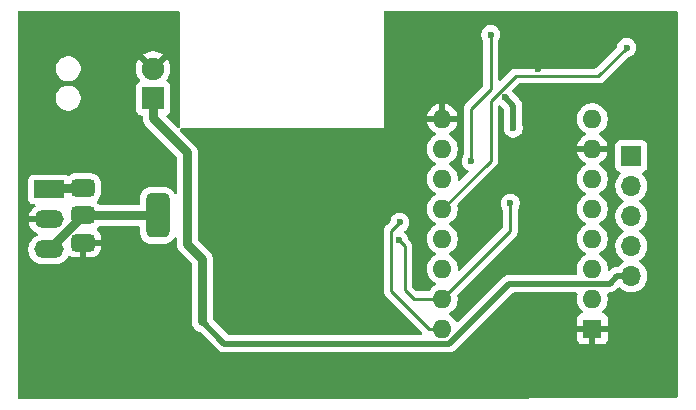
<source format=gbr>
G04 #@! TF.GenerationSoftware,KiCad,Pcbnew,9.0.1*
G04 #@! TF.CreationDate,2025-04-13T16:53:42+02:00*
G04 #@! TF.ProjectId,RulleGardin,52756c6c-6547-4617-9264-696e2e6b6963,rev?*
G04 #@! TF.SameCoordinates,Original*
G04 #@! TF.FileFunction,Copper,L2,Bot*
G04 #@! TF.FilePolarity,Positive*
%FSLAX46Y46*%
G04 Gerber Fmt 4.6, Leading zero omitted, Abs format (unit mm)*
G04 Created by KiCad (PCBNEW 9.0.1) date 2025-04-13 16:53:42*
%MOMM*%
%LPD*%
G01*
G04 APERTURE LIST*
G04 Aperture macros list*
%AMRoundRect*
0 Rectangle with rounded corners*
0 $1 Rounding radius*
0 $2 $3 $4 $5 $6 $7 $8 $9 X,Y pos of 4 corners*
0 Add a 4 corners polygon primitive as box body*
4,1,4,$2,$3,$4,$5,$6,$7,$8,$9,$2,$3,0*
0 Add four circle primitives for the rounded corners*
1,1,$1+$1,$2,$3*
1,1,$1+$1,$4,$5*
1,1,$1+$1,$6,$7*
1,1,$1+$1,$8,$9*
0 Add four rect primitives between the rounded corners*
20,1,$1+$1,$2,$3,$4,$5,0*
20,1,$1+$1,$4,$5,$6,$7,0*
20,1,$1+$1,$6,$7,$8,$9,0*
20,1,$1+$1,$8,$9,$2,$3,0*%
G04 Aperture macros list end*
G04 #@! TA.AperFunction,SMDPad,CuDef*
%ADD10RoundRect,0.375000X-0.625000X-0.375000X0.625000X-0.375000X0.625000X0.375000X-0.625000X0.375000X0*%
G04 #@! TD*
G04 #@! TA.AperFunction,SMDPad,CuDef*
%ADD11RoundRect,0.500000X-0.500000X-1.400000X0.500000X-1.400000X0.500000X1.400000X-0.500000X1.400000X0*%
G04 #@! TD*
G04 #@! TA.AperFunction,ComponentPad*
%ADD12O,2.500000X1.500000*%
G04 #@! TD*
G04 #@! TA.AperFunction,ComponentPad*
%ADD13R,2.500000X1.500000*%
G04 #@! TD*
G04 #@! TA.AperFunction,ComponentPad*
%ADD14O,1.600000X1.600000*%
G04 #@! TD*
G04 #@! TA.AperFunction,ComponentPad*
%ADD15R,1.600000X1.600000*%
G04 #@! TD*
G04 #@! TA.AperFunction,ComponentPad*
%ADD16R,1.700000X1.700000*%
G04 #@! TD*
G04 #@! TA.AperFunction,ComponentPad*
%ADD17O,1.700000X1.700000*%
G04 #@! TD*
G04 #@! TA.AperFunction,ComponentPad*
%ADD18C,1.900000*%
G04 #@! TD*
G04 #@! TA.AperFunction,ComponentPad*
%ADD19R,1.900000X1.900000*%
G04 #@! TD*
G04 #@! TA.AperFunction,ViaPad*
%ADD20C,0.600000*%
G04 #@! TD*
G04 #@! TA.AperFunction,Conductor*
%ADD21C,0.250000*%
G04 #@! TD*
G04 #@! TA.AperFunction,Conductor*
%ADD22C,0.750000*%
G04 #@! TD*
G04 #@! TA.AperFunction,Conductor*
%ADD23C,0.500000*%
G04 #@! TD*
G04 APERTURE END LIST*
D10*
X153600000Y-105700000D03*
X153600000Y-103400000D03*
D11*
X159900000Y-103400000D03*
D10*
X153600000Y-101100000D03*
D12*
X150700000Y-106280000D03*
X150700000Y-103740000D03*
D13*
X150700000Y-101200000D03*
D14*
X184000000Y-113000000D03*
X196700000Y-95220000D03*
X184000000Y-110460000D03*
X196700000Y-97760000D03*
X184000000Y-107920000D03*
X196700000Y-100300000D03*
X184000000Y-105380000D03*
X196700000Y-102840000D03*
X184000000Y-102840000D03*
X196700000Y-105380000D03*
X184000000Y-100300000D03*
X196700000Y-107920000D03*
X184000000Y-97760000D03*
X196700000Y-110460000D03*
X184000000Y-95220000D03*
D15*
X196700000Y-113000000D03*
D16*
X200000000Y-98380000D03*
D17*
X200000000Y-100920000D03*
X200000000Y-103460000D03*
X200000000Y-106000000D03*
X200000000Y-108540000D03*
D18*
X159512000Y-90972000D03*
D19*
X159512000Y-93472000D03*
D20*
X197400000Y-87600000D03*
X192100000Y-90975000D03*
X192100000Y-87300000D03*
X199600000Y-89200000D03*
X188100000Y-88100000D03*
X188900000Y-87300000D03*
X195000000Y-111000000D03*
X198500000Y-110500000D03*
X177300000Y-112800000D03*
X188000000Y-114000000D03*
X191300000Y-115900000D03*
X165800000Y-102500000D03*
X174200000Y-102400000D03*
X189400000Y-98500000D03*
X186100000Y-105900000D03*
X191800000Y-95500000D03*
X192400000Y-94600000D03*
X150100000Y-117200000D03*
X151000000Y-117200000D03*
X150000000Y-87500000D03*
X150800000Y-87500000D03*
X181000000Y-87200000D03*
X181900000Y-87200000D03*
X160100000Y-87300000D03*
X159400000Y-87300000D03*
X190000000Y-96000000D03*
X189300000Y-93400000D03*
X189738000Y-102362000D03*
X186436000Y-98806000D03*
X180300000Y-105500000D03*
X180400000Y-104000000D03*
D21*
X197200000Y-91600000D02*
X199600000Y-89200000D01*
X197100000Y-91600000D02*
X197200000Y-91600000D01*
X190202000Y-91600000D02*
X197100000Y-91600000D01*
X188077001Y-93724999D02*
X190202000Y-91600000D01*
X188100000Y-92736000D02*
X188100000Y-88100000D01*
X186436000Y-94400000D02*
X188100000Y-92736000D01*
D22*
X153600000Y-103400000D02*
X159900000Y-103400000D01*
X162400000Y-98060000D02*
X159512000Y-95172000D01*
X159512000Y-95172000D02*
X159512000Y-93472000D01*
X162400000Y-105824000D02*
X162400000Y-98060000D01*
X163686427Y-112383992D02*
X163686427Y-107110427D01*
X163686427Y-107110427D02*
X162400000Y-105824000D01*
D23*
X198797919Y-108540000D02*
X200000000Y-108540000D01*
X198167918Y-109170001D02*
X198797919Y-108540000D01*
X189680001Y-109170001D02*
X198167918Y-109170001D01*
X184600001Y-114250001D02*
X189680001Y-109170001D01*
X165552436Y-114250001D02*
X184600001Y-114250001D01*
X163686427Y-112383992D02*
X165552436Y-114250001D01*
D22*
X150700000Y-106255082D02*
X150700000Y-106280000D01*
X153555082Y-103400000D02*
X150700000Y-106255082D01*
X153600000Y-103400000D02*
X153555082Y-103400000D01*
X150800000Y-101100000D02*
X150700000Y-101200000D01*
X153600000Y-101100000D02*
X150800000Y-101100000D01*
D23*
X190000000Y-96000000D02*
X190000000Y-94100000D01*
X190000000Y-94100000D02*
X189300000Y-93400000D01*
D21*
X184000000Y-110460000D02*
X189738000Y-104722000D01*
X189738000Y-104722000D02*
X189738000Y-102362000D01*
X186436000Y-98806000D02*
X186436000Y-94400000D01*
X180300000Y-105500000D02*
X180800000Y-106000000D01*
X180800000Y-106000000D02*
X180800000Y-109700000D01*
X181560000Y-110460000D02*
X184000000Y-110460000D01*
X180800000Y-109700000D02*
X181560000Y-110460000D01*
X184000000Y-102840000D02*
X188077001Y-98762999D01*
X188077001Y-98762999D02*
X188077001Y-93724999D01*
X179674999Y-104725001D02*
X180400000Y-104000000D01*
X179674999Y-109806369D02*
X179674999Y-104725001D01*
X182868630Y-113000000D02*
X179674999Y-109806369D01*
X184000000Y-113000000D02*
X182868630Y-113000000D01*
G04 #@! TA.AperFunction,Conductor*
G36*
X161740121Y-86095502D02*
G01*
X161786614Y-86149158D01*
X161798000Y-86201500D01*
X161798000Y-95904352D01*
X161777998Y-95972473D01*
X161724342Y-96018966D01*
X161654068Y-96029070D01*
X161589488Y-95999576D01*
X161582905Y-95993447D01*
X160667770Y-95078312D01*
X160633744Y-95016000D01*
X160638809Y-94945185D01*
X160681356Y-94888349D01*
X160700636Y-94877823D01*
X160700299Y-94877205D01*
X160708201Y-94872889D01*
X160708204Y-94872889D01*
X160825261Y-94785261D01*
X160912887Y-94668207D01*
X160912887Y-94668206D01*
X160912889Y-94668204D01*
X160963989Y-94531201D01*
X160964925Y-94522500D01*
X160970499Y-94470649D01*
X160970500Y-94470632D01*
X160970500Y-92473367D01*
X160970499Y-92473350D01*
X160963990Y-92412803D01*
X160963988Y-92412795D01*
X160912889Y-92275797D01*
X160912887Y-92275792D01*
X160825261Y-92158738D01*
X160708207Y-92071112D01*
X160700299Y-92066795D01*
X160701482Y-92064628D01*
X160655232Y-92030002D01*
X160630425Y-91963481D01*
X160645519Y-91894108D01*
X160654168Y-91880437D01*
X160758990Y-91736161D01*
X160863182Y-91531674D01*
X160934097Y-91313421D01*
X160970000Y-91086743D01*
X160970000Y-90857256D01*
X160934097Y-90630578D01*
X160863182Y-90412325D01*
X160758992Y-90207842D01*
X160706969Y-90136239D01*
X160077807Y-90765401D01*
X160071111Y-90740409D01*
X159992119Y-90603592D01*
X159880408Y-90491881D01*
X159743591Y-90412889D01*
X159718597Y-90406192D01*
X160347759Y-89777029D01*
X160347759Y-89777028D01*
X160276161Y-89725009D01*
X160071674Y-89620817D01*
X159853421Y-89549902D01*
X159626744Y-89514000D01*
X159397256Y-89514000D01*
X159170578Y-89549902D01*
X158952325Y-89620817D01*
X158747843Y-89725006D01*
X158747842Y-89725007D01*
X158676239Y-89777029D01*
X158676239Y-89777030D01*
X159305401Y-90406192D01*
X159280409Y-90412889D01*
X159143592Y-90491881D01*
X159031881Y-90603592D01*
X158952889Y-90740409D01*
X158946191Y-90765402D01*
X158317029Y-90136239D01*
X158265007Y-90207842D01*
X158265006Y-90207843D01*
X158160817Y-90412325D01*
X158089902Y-90630578D01*
X158054000Y-90857256D01*
X158054000Y-91086743D01*
X158089902Y-91313421D01*
X158160817Y-91531674D01*
X158265009Y-91736161D01*
X158369831Y-91880437D01*
X158393690Y-91947305D01*
X158377609Y-92016457D01*
X158326695Y-92065937D01*
X158318762Y-92069491D01*
X158315792Y-92071112D01*
X158198738Y-92158738D01*
X158111112Y-92275792D01*
X158111110Y-92275797D01*
X158060011Y-92412795D01*
X158060009Y-92412803D01*
X158053500Y-92473350D01*
X158053500Y-94470649D01*
X158060009Y-94531196D01*
X158060011Y-94531204D01*
X158111110Y-94668202D01*
X158111112Y-94668207D01*
X158198738Y-94785261D01*
X158315792Y-94872887D01*
X158315794Y-94872888D01*
X158315796Y-94872889D01*
X158374875Y-94894924D01*
X158452795Y-94923988D01*
X158452803Y-94923990D01*
X158515967Y-94930780D01*
X158581560Y-94957948D01*
X158622051Y-95016266D01*
X158628500Y-95056058D01*
X158628500Y-95259020D01*
X158662452Y-95429708D01*
X158729052Y-95590495D01*
X158730553Y-95592741D01*
X158825740Y-95735198D01*
X158825745Y-95735204D01*
X161479595Y-98389052D01*
X161513620Y-98451364D01*
X161516500Y-98478147D01*
X161516500Y-101446416D01*
X161496498Y-101514537D01*
X161442842Y-101561030D01*
X161372568Y-101571134D01*
X161307988Y-101541640D01*
X161279378Y-101505812D01*
X161247630Y-101446416D01*
X161242595Y-101436996D01*
X161116568Y-101283432D01*
X160963004Y-101157405D01*
X160787804Y-101063759D01*
X160597701Y-101006092D01*
X160597700Y-101006091D01*
X160597694Y-101006090D01*
X160468903Y-100993406D01*
X160449547Y-100991500D01*
X160449545Y-100991500D01*
X159350465Y-100991500D01*
X159350445Y-100991501D01*
X159202305Y-101006090D01*
X159012195Y-101063759D01*
X158836995Y-101157405D01*
X158683432Y-101283432D01*
X158557405Y-101436995D01*
X158463759Y-101612195D01*
X158406090Y-101802305D01*
X158391500Y-101950446D01*
X158391500Y-102390500D01*
X158371498Y-102458621D01*
X158317842Y-102505114D01*
X158265500Y-102516500D01*
X155010175Y-102516500D01*
X154979752Y-102507567D01*
X154948843Y-102500565D01*
X154945054Y-102497379D01*
X154942054Y-102496498D01*
X154920318Y-102478828D01*
X154916077Y-102474513D01*
X154853170Y-102396830D01*
X154787215Y-102343420D01*
X154782209Y-102338328D01*
X154768694Y-102313065D01*
X154752420Y-102289506D01*
X154752175Y-102282186D01*
X154748720Y-102275726D01*
X154751008Y-102247176D01*
X154750054Y-102218549D01*
X154753807Y-102212256D01*
X154754393Y-102204956D01*
X154771751Y-102182177D01*
X154786427Y-102157577D01*
X154792772Y-102152080D01*
X154853170Y-102103170D01*
X154970042Y-101958846D01*
X154970043Y-101958843D01*
X154970047Y-101958839D01*
X155054362Y-101793362D01*
X155102430Y-101613971D01*
X155108500Y-101536843D01*
X155108499Y-100663158D01*
X155102430Y-100586029D01*
X155054362Y-100406638D01*
X154970047Y-100241161D01*
X154970045Y-100241158D01*
X154970042Y-100241153D01*
X154853170Y-100096829D01*
X154708846Y-99979957D01*
X154708837Y-99979952D01*
X154543360Y-99895637D01*
X154417266Y-99861850D01*
X154363971Y-99847570D01*
X154286843Y-99841500D01*
X154286839Y-99841500D01*
X152913158Y-99841500D01*
X152836030Y-99847569D01*
X152656639Y-99895637D01*
X152491162Y-99979952D01*
X152491159Y-99979953D01*
X152413433Y-100042895D01*
X152347905Y-100070220D01*
X152278007Y-100057780D01*
X152258630Y-100045842D01*
X152196207Y-99999112D01*
X152196202Y-99999110D01*
X152059204Y-99948011D01*
X152059196Y-99948009D01*
X151998649Y-99941500D01*
X151998638Y-99941500D01*
X149401362Y-99941500D01*
X149401350Y-99941500D01*
X149340803Y-99948009D01*
X149340795Y-99948011D01*
X149203797Y-99999110D01*
X149203792Y-99999112D01*
X149086738Y-100086738D01*
X148999112Y-100203792D01*
X148999110Y-100203797D01*
X148948011Y-100340795D01*
X148948009Y-100340803D01*
X148941500Y-100401350D01*
X148941500Y-101998649D01*
X148948009Y-102059196D01*
X148948011Y-102059204D01*
X148999110Y-102196202D01*
X148999112Y-102196207D01*
X149086738Y-102313261D01*
X149203792Y-102400887D01*
X149203794Y-102400888D01*
X149203796Y-102400889D01*
X149262875Y-102422924D01*
X149340795Y-102451988D01*
X149340803Y-102451990D01*
X149401350Y-102458499D01*
X149401355Y-102458499D01*
X149401362Y-102458500D01*
X149401368Y-102458500D01*
X149435808Y-102458500D01*
X149503929Y-102478502D01*
X149550422Y-102532158D01*
X149560526Y-102602432D01*
X149531032Y-102667012D01*
X149509869Y-102686436D01*
X149380465Y-102780453D01*
X149380462Y-102780455D01*
X149240455Y-102920462D01*
X149240453Y-102920465D01*
X149124064Y-103080660D01*
X149034165Y-103257097D01*
X148972975Y-103445420D01*
X148966547Y-103486000D01*
X150269297Y-103486000D01*
X150234075Y-103547007D01*
X150200000Y-103674174D01*
X150200000Y-103805826D01*
X150234075Y-103932993D01*
X150269297Y-103994000D01*
X148966548Y-103994000D01*
X148972975Y-104034579D01*
X149034165Y-104222902D01*
X149124064Y-104399339D01*
X149240453Y-104559534D01*
X149240455Y-104559537D01*
X149380462Y-104699544D01*
X149380465Y-104699546D01*
X149540663Y-104815937D01*
X149700645Y-104897451D01*
X149752261Y-104946199D01*
X149769327Y-105015113D01*
X149746427Y-105082315D01*
X149700646Y-105121985D01*
X149540399Y-105203635D01*
X149380139Y-105320071D01*
X149240071Y-105460139D01*
X149123636Y-105620398D01*
X149033703Y-105796901D01*
X149033702Y-105796903D01*
X148987986Y-105937603D01*
X148972488Y-105985300D01*
X148941500Y-106180954D01*
X148941500Y-106379046D01*
X148972488Y-106574700D01*
X149033702Y-106763097D01*
X149105441Y-106903892D01*
X149123636Y-106939601D01*
X149240071Y-107099860D01*
X149380139Y-107239928D01*
X149380142Y-107239930D01*
X149540402Y-107356366D01*
X149716903Y-107446298D01*
X149905300Y-107507512D01*
X150100954Y-107538500D01*
X150100957Y-107538500D01*
X151299043Y-107538500D01*
X151299046Y-107538500D01*
X151494700Y-107507512D01*
X151683097Y-107446298D01*
X151859598Y-107356366D01*
X152019858Y-107239930D01*
X152159930Y-107099858D01*
X152276366Y-106939598D01*
X152312239Y-106869192D01*
X152360984Y-106817580D01*
X152429899Y-106800513D01*
X152484817Y-106818068D01*
X152485552Y-106816627D01*
X152656818Y-106903892D01*
X152836098Y-106951931D01*
X152913199Y-106958000D01*
X153346000Y-106958000D01*
X153854000Y-106958000D01*
X154286801Y-106958000D01*
X154363901Y-106951931D01*
X154543181Y-106903892D01*
X154708562Y-106819625D01*
X154708565Y-106819623D01*
X154852814Y-106702814D01*
X154969623Y-106558565D01*
X154969625Y-106558562D01*
X155053892Y-106393181D01*
X155101931Y-106213901D01*
X155108000Y-106136800D01*
X155108000Y-105954000D01*
X153854000Y-105954000D01*
X153854000Y-106958000D01*
X153346000Y-106958000D01*
X153346000Y-105826000D01*
X153366002Y-105757879D01*
X153419658Y-105711386D01*
X153472000Y-105700000D01*
X153600000Y-105700000D01*
X153600000Y-105572000D01*
X153620002Y-105503879D01*
X153673658Y-105457386D01*
X153726000Y-105446000D01*
X155108000Y-105446000D01*
X155108000Y-105263199D01*
X155101931Y-105186098D01*
X155053892Y-105006818D01*
X154969625Y-104841437D01*
X154969623Y-104841434D01*
X154852812Y-104697182D01*
X154792375Y-104648242D01*
X154783709Y-104635698D01*
X154771429Y-104626663D01*
X154763939Y-104607078D01*
X154752022Y-104589828D01*
X154751513Y-104574590D01*
X154746068Y-104560351D01*
X154750354Y-104539827D01*
X154749656Y-104518871D01*
X154757704Y-104504639D01*
X154760584Y-104490854D01*
X154776148Y-104472027D01*
X154781838Y-104461967D01*
X154786832Y-104456889D01*
X154853170Y-104403170D01*
X154916082Y-104325480D01*
X154920345Y-104321146D01*
X154946256Y-104306717D01*
X154970668Y-104289854D01*
X154978924Y-104288526D01*
X154982373Y-104286606D01*
X154988467Y-104286991D01*
X155010175Y-104283500D01*
X158265501Y-104283500D01*
X158333622Y-104303502D01*
X158380115Y-104357158D01*
X158391501Y-104409500D01*
X158391501Y-104849554D01*
X158406090Y-104997694D01*
X158406091Y-104997700D01*
X158406092Y-104997701D01*
X158463759Y-105187804D01*
X158557405Y-105363004D01*
X158683432Y-105516568D01*
X158836996Y-105642595D01*
X159012196Y-105736241D01*
X159202299Y-105793908D01*
X159202303Y-105793908D01*
X159202305Y-105793909D01*
X159242502Y-105797867D01*
X159350453Y-105808500D01*
X160449546Y-105808499D01*
X160509668Y-105802577D01*
X160597694Y-105793909D01*
X160597695Y-105793908D01*
X160597701Y-105793908D01*
X160787804Y-105736241D01*
X160963004Y-105642595D01*
X161116568Y-105516568D01*
X161242595Y-105363004D01*
X161279378Y-105294186D01*
X161329130Y-105243539D01*
X161398366Y-105227829D01*
X161465105Y-105252045D01*
X161508158Y-105308498D01*
X161516500Y-105353583D01*
X161516500Y-105911020D01*
X161547288Y-106065803D01*
X161550452Y-106081708D01*
X161617052Y-106242495D01*
X161667581Y-106318116D01*
X161708290Y-106379042D01*
X161713741Y-106387199D01*
X162766023Y-107439480D01*
X162800047Y-107501791D01*
X162802927Y-107528574D01*
X162802927Y-112471009D01*
X162836879Y-112641699D01*
X162903479Y-112802486D01*
X162932291Y-112845606D01*
X163000167Y-112947189D01*
X163000172Y-112947195D01*
X163123223Y-113070246D01*
X163123229Y-113070251D01*
X163267933Y-113166940D01*
X163428720Y-113233540D01*
X163433762Y-113234543D01*
X163434386Y-113234667D01*
X163497297Y-113267571D01*
X163498906Y-113269152D01*
X164963270Y-114733516D01*
X164963271Y-114733517D01*
X165068920Y-114839166D01*
X165193152Y-114922175D01*
X165274012Y-114955668D01*
X165331189Y-114979352D01*
X165404460Y-114993926D01*
X165477730Y-115008501D01*
X165477731Y-115008501D01*
X165477735Y-115008501D01*
X184674702Y-115008501D01*
X184674706Y-115008501D01*
X184674707Y-115008501D01*
X184747977Y-114993926D01*
X184821248Y-114979352D01*
X184959285Y-114922175D01*
X185083516Y-114839167D01*
X189957277Y-109965406D01*
X190019589Y-109931380D01*
X190046372Y-109928501D01*
X195323432Y-109928501D01*
X195391553Y-109948503D01*
X195438046Y-110002159D01*
X195448150Y-110072433D01*
X195443265Y-110093437D01*
X195423721Y-110153587D01*
X195423720Y-110153590D01*
X195423720Y-110153592D01*
X195391500Y-110357019D01*
X195391500Y-110562981D01*
X195423720Y-110766408D01*
X195487366Y-110962290D01*
X195580871Y-111145803D01*
X195701932Y-111312430D01*
X195701934Y-111312432D01*
X195701936Y-111312435D01*
X195847564Y-111458063D01*
X195847567Y-111458065D01*
X195847570Y-111458068D01*
X195863927Y-111469952D01*
X195863930Y-111469954D01*
X195907284Y-111526176D01*
X195913359Y-111596912D01*
X195880228Y-111659704D01*
X195818408Y-111694615D01*
X195803343Y-111697167D01*
X195790909Y-111698504D01*
X195790908Y-111698504D01*
X195654035Y-111749555D01*
X195654034Y-111749555D01*
X195537095Y-111837095D01*
X195449555Y-111954034D01*
X195449555Y-111954035D01*
X195398505Y-112090906D01*
X195392000Y-112151402D01*
X195392000Y-112746000D01*
X196388314Y-112746000D01*
X196379920Y-112754394D01*
X196327259Y-112845606D01*
X196300000Y-112947339D01*
X196300000Y-113052661D01*
X196327259Y-113154394D01*
X196379920Y-113245606D01*
X196388314Y-113254000D01*
X195392000Y-113254000D01*
X195392000Y-113848597D01*
X195398505Y-113909093D01*
X195449555Y-114045964D01*
X195449555Y-114045965D01*
X195537095Y-114162904D01*
X195654034Y-114250444D01*
X195790906Y-114301494D01*
X195851402Y-114307999D01*
X195851415Y-114308000D01*
X196446000Y-114308000D01*
X196446000Y-113311686D01*
X196454394Y-113320080D01*
X196545606Y-113372741D01*
X196647339Y-113400000D01*
X196752661Y-113400000D01*
X196854394Y-113372741D01*
X196945606Y-113320080D01*
X196954000Y-113311686D01*
X196954000Y-114308000D01*
X197548585Y-114308000D01*
X197548597Y-114307999D01*
X197609093Y-114301494D01*
X197745964Y-114250444D01*
X197745965Y-114250444D01*
X197862904Y-114162904D01*
X197950444Y-114045965D01*
X197950444Y-114045964D01*
X198001494Y-113909093D01*
X198007999Y-113848597D01*
X198008000Y-113848585D01*
X198008000Y-113254000D01*
X197011686Y-113254000D01*
X197020080Y-113245606D01*
X197072741Y-113154394D01*
X197100000Y-113052661D01*
X197100000Y-112947339D01*
X197072741Y-112845606D01*
X197020080Y-112754394D01*
X197011686Y-112746000D01*
X198008000Y-112746000D01*
X198008000Y-112151414D01*
X198007999Y-112151402D01*
X198001494Y-112090906D01*
X197950444Y-111954035D01*
X197950444Y-111954034D01*
X197862904Y-111837095D01*
X197745965Y-111749555D01*
X197609094Y-111698505D01*
X197596657Y-111697168D01*
X197531065Y-111669996D01*
X197490576Y-111611676D01*
X197488045Y-111540725D01*
X197524275Y-111479668D01*
X197536070Y-111469954D01*
X197552430Y-111458068D01*
X197698068Y-111312430D01*
X197819129Y-111145803D01*
X197912634Y-110962290D01*
X197976280Y-110766408D01*
X198008500Y-110562981D01*
X198008500Y-110357019D01*
X197976280Y-110153592D01*
X197960961Y-110106444D01*
X197956735Y-110093437D01*
X197954708Y-110022469D01*
X197991370Y-109961671D01*
X198055083Y-109930346D01*
X198076568Y-109928501D01*
X198242619Y-109928501D01*
X198242623Y-109928501D01*
X198242624Y-109928501D01*
X198315894Y-109913926D01*
X198389165Y-109899352D01*
X198527202Y-109842175D01*
X198651433Y-109759167D01*
X198885602Y-109524997D01*
X198947911Y-109490975D01*
X199018726Y-109496039D01*
X199063789Y-109525000D01*
X199114990Y-109576201D01*
X199114993Y-109576203D01*
X199114996Y-109576206D01*
X199287991Y-109701894D01*
X199478517Y-109798972D01*
X199681878Y-109865047D01*
X199681879Y-109865047D01*
X199681884Y-109865049D01*
X199893084Y-109898500D01*
X199893087Y-109898500D01*
X200106913Y-109898500D01*
X200106916Y-109898500D01*
X200318116Y-109865049D01*
X200521483Y-109798972D01*
X200712009Y-109701894D01*
X200885004Y-109576206D01*
X201036206Y-109425004D01*
X201161894Y-109252009D01*
X201258972Y-109061483D01*
X201325049Y-108858116D01*
X201358500Y-108646916D01*
X201358500Y-108433084D01*
X201325049Y-108221884D01*
X201258972Y-108018517D01*
X201161894Y-107827991D01*
X201036206Y-107654996D01*
X201036203Y-107654993D01*
X201036201Y-107654990D01*
X200885009Y-107503798D01*
X200885006Y-107503796D01*
X200885004Y-107503794D01*
X200712009Y-107378106D01*
X200712007Y-107378105D01*
X200710920Y-107377439D01*
X200710591Y-107377075D01*
X200708004Y-107375196D01*
X200708398Y-107374652D01*
X200663283Y-107324796D01*
X200651670Y-107254756D01*
X200679766Y-107189555D01*
X200708130Y-107164978D01*
X200708004Y-107164804D01*
X200710030Y-107163331D01*
X200710920Y-107162561D01*
X200711997Y-107161899D01*
X200712009Y-107161894D01*
X200885004Y-107036206D01*
X201036206Y-106885004D01*
X201161894Y-106712009D01*
X201258972Y-106521483D01*
X201325049Y-106318116D01*
X201358500Y-106106916D01*
X201358500Y-105893084D01*
X201325049Y-105681884D01*
X201258972Y-105478517D01*
X201161894Y-105287991D01*
X201036206Y-105114996D01*
X201036203Y-105114993D01*
X201036201Y-105114990D01*
X200885009Y-104963798D01*
X200885006Y-104963796D01*
X200885004Y-104963794D01*
X200712009Y-104838106D01*
X200712007Y-104838105D01*
X200710920Y-104837439D01*
X200710591Y-104837075D01*
X200708004Y-104835196D01*
X200708398Y-104834652D01*
X200663283Y-104784796D01*
X200651670Y-104714756D01*
X200679766Y-104649555D01*
X200708130Y-104624978D01*
X200708004Y-104624804D01*
X200710030Y-104623331D01*
X200710920Y-104622561D01*
X200711997Y-104621899D01*
X200712009Y-104621894D01*
X200885004Y-104496206D01*
X201036206Y-104345004D01*
X201161894Y-104172009D01*
X201258972Y-103981483D01*
X201325049Y-103778116D01*
X201358500Y-103566916D01*
X201358500Y-103353084D01*
X201325049Y-103141884D01*
X201258972Y-102938517D01*
X201161894Y-102747991D01*
X201036206Y-102574996D01*
X201036203Y-102574993D01*
X201036201Y-102574990D01*
X200885009Y-102423798D01*
X200885006Y-102423796D01*
X200885004Y-102423794D01*
X200712009Y-102298106D01*
X200712007Y-102298105D01*
X200710920Y-102297439D01*
X200710591Y-102297075D01*
X200708004Y-102295196D01*
X200708398Y-102294652D01*
X200663283Y-102244796D01*
X200651670Y-102174756D01*
X200679766Y-102109555D01*
X200708130Y-102084978D01*
X200708004Y-102084804D01*
X200710030Y-102083331D01*
X200710920Y-102082561D01*
X200711997Y-102081899D01*
X200712009Y-102081894D01*
X200885004Y-101956206D01*
X201036206Y-101805004D01*
X201161894Y-101632009D01*
X201258972Y-101441483D01*
X201325049Y-101238116D01*
X201358500Y-101026916D01*
X201358500Y-100813084D01*
X201325049Y-100601884D01*
X201258972Y-100398517D01*
X201161894Y-100207991D01*
X201036206Y-100034996D01*
X201036203Y-100034993D01*
X201036201Y-100034990D01*
X200933229Y-99932018D01*
X200899203Y-99869706D01*
X200904268Y-99798891D01*
X200946815Y-99742055D01*
X200978284Y-99724871D01*
X201096204Y-99680889D01*
X201110502Y-99670186D01*
X201213261Y-99593261D01*
X201300887Y-99476207D01*
X201300887Y-99476206D01*
X201300889Y-99476204D01*
X201351989Y-99339201D01*
X201353904Y-99321396D01*
X201358499Y-99278649D01*
X201358500Y-99278632D01*
X201358500Y-97481367D01*
X201358499Y-97481350D01*
X201351990Y-97420803D01*
X201351988Y-97420795D01*
X201300889Y-97283797D01*
X201300887Y-97283792D01*
X201213261Y-97166738D01*
X201096207Y-97079112D01*
X201096202Y-97079110D01*
X200959204Y-97028011D01*
X200959196Y-97028009D01*
X200898649Y-97021500D01*
X200898638Y-97021500D01*
X199101362Y-97021500D01*
X199101350Y-97021500D01*
X199040803Y-97028009D01*
X199040795Y-97028011D01*
X198903797Y-97079110D01*
X198903792Y-97079112D01*
X198786738Y-97166738D01*
X198699112Y-97283792D01*
X198699110Y-97283797D01*
X198648011Y-97420795D01*
X198648009Y-97420803D01*
X198641500Y-97481350D01*
X198641500Y-99278649D01*
X198648009Y-99339196D01*
X198648011Y-99339204D01*
X198699110Y-99476202D01*
X198699112Y-99476207D01*
X198786738Y-99593261D01*
X198903791Y-99680886D01*
X198903792Y-99680886D01*
X198903796Y-99680889D01*
X199021711Y-99724869D01*
X199078543Y-99767414D01*
X199103354Y-99833934D01*
X199088263Y-99903308D01*
X199066771Y-99932018D01*
X198963794Y-100034995D01*
X198838108Y-100207987D01*
X198741029Y-100398515D01*
X198741026Y-100398521D01*
X198674952Y-100601878D01*
X198674951Y-100601883D01*
X198674951Y-100601884D01*
X198641500Y-100813084D01*
X198641500Y-101026916D01*
X198662168Y-101157405D01*
X198674952Y-101238121D01*
X198739570Y-101436996D01*
X198741028Y-101441483D01*
X198838106Y-101632009D01*
X198963794Y-101805004D01*
X198963796Y-101805006D01*
X198963798Y-101805009D01*
X199114990Y-101956201D01*
X199114993Y-101956203D01*
X199114996Y-101956206D01*
X199287991Y-102081894D01*
X199287996Y-102081896D01*
X199289088Y-102082566D01*
X199289418Y-102082931D01*
X199291996Y-102084804D01*
X199291602Y-102085345D01*
X199336721Y-102135213D01*
X199348328Y-102205255D01*
X199320226Y-102270453D01*
X199291870Y-102295023D01*
X199291996Y-102295196D01*
X199289982Y-102296658D01*
X199289088Y-102297434D01*
X199287987Y-102298108D01*
X199114993Y-102423796D01*
X199114990Y-102423798D01*
X198963798Y-102574990D01*
X198963796Y-102574993D01*
X198838108Y-102747987D01*
X198741029Y-102938515D01*
X198741026Y-102938521D01*
X198674952Y-103141878D01*
X198674951Y-103141883D01*
X198674951Y-103141884D01*
X198641500Y-103353084D01*
X198641500Y-103566916D01*
X198672742Y-103764167D01*
X198674952Y-103778121D01*
X198741026Y-103981478D01*
X198741028Y-103981483D01*
X198838106Y-104172009D01*
X198963794Y-104345004D01*
X198963796Y-104345006D01*
X198963798Y-104345009D01*
X199114990Y-104496201D01*
X199114993Y-104496203D01*
X199114996Y-104496206D01*
X199287991Y-104621894D01*
X199287996Y-104621896D01*
X199289088Y-104622566D01*
X199289418Y-104622931D01*
X199291996Y-104624804D01*
X199291602Y-104625345D01*
X199336721Y-104675213D01*
X199348328Y-104745255D01*
X199320226Y-104810453D01*
X199291870Y-104835023D01*
X199291996Y-104835196D01*
X199289982Y-104836658D01*
X199289088Y-104837434D01*
X199287987Y-104838108D01*
X199114993Y-104963796D01*
X199114990Y-104963798D01*
X198963798Y-105114990D01*
X198963796Y-105114993D01*
X198838108Y-105287987D01*
X198741029Y-105478515D01*
X198741026Y-105478521D01*
X198674952Y-105681878D01*
X198674951Y-105681883D01*
X198674951Y-105681884D01*
X198641500Y-105893084D01*
X198641500Y-106106916D01*
X198662974Y-106242494D01*
X198674952Y-106318121D01*
X198741026Y-106521478D01*
X198741028Y-106521483D01*
X198838106Y-106712009D01*
X198963794Y-106885004D01*
X198963796Y-106885006D01*
X198963798Y-106885009D01*
X199114990Y-107036201D01*
X199114993Y-107036203D01*
X199114996Y-107036206D01*
X199287991Y-107161894D01*
X199287996Y-107161896D01*
X199289088Y-107162566D01*
X199289418Y-107162931D01*
X199291996Y-107164804D01*
X199291602Y-107165345D01*
X199336721Y-107215213D01*
X199348328Y-107285255D01*
X199320226Y-107350453D01*
X199291870Y-107375023D01*
X199291996Y-107375196D01*
X199289982Y-107376658D01*
X199289088Y-107377434D01*
X199287987Y-107378108D01*
X199114993Y-107503796D01*
X199114990Y-107503798D01*
X198963798Y-107654990D01*
X198963796Y-107654993D01*
X198909620Y-107729561D01*
X198853398Y-107772915D01*
X198807684Y-107781500D01*
X198723207Y-107781500D01*
X198649943Y-107796073D01*
X198649943Y-107796074D01*
X198576672Y-107810649D01*
X198576670Y-107810649D01*
X198576669Y-107810650D01*
X198438633Y-107867827D01*
X198314402Y-107950835D01*
X198223595Y-108041642D01*
X198161283Y-108075667D01*
X198090467Y-108070601D01*
X198033631Y-108028054D01*
X198008821Y-107961534D01*
X198008500Y-107952546D01*
X198008500Y-107817022D01*
X198007491Y-107810649D01*
X197976280Y-107613592D01*
X197912634Y-107417710D01*
X197819129Y-107234197D01*
X197698068Y-107067570D01*
X197698065Y-107067567D01*
X197698063Y-107067564D01*
X197552435Y-106921936D01*
X197552432Y-106921934D01*
X197552430Y-106921932D01*
X197385803Y-106800871D01*
X197310034Y-106762265D01*
X197258422Y-106713519D01*
X197241356Y-106644604D01*
X197264257Y-106577402D01*
X197310034Y-106537735D01*
X197385803Y-106499129D01*
X197552430Y-106378068D01*
X197698068Y-106232430D01*
X197819129Y-106065803D01*
X197912634Y-105882290D01*
X197976280Y-105686408D01*
X198008500Y-105482981D01*
X198008500Y-105277019D01*
X197976280Y-105073592D01*
X197912634Y-104877710D01*
X197819129Y-104694197D01*
X197698068Y-104527570D01*
X197698065Y-104527567D01*
X197698063Y-104527564D01*
X197552435Y-104381936D01*
X197552432Y-104381934D01*
X197552430Y-104381932D01*
X197385803Y-104260871D01*
X197310034Y-104222265D01*
X197258422Y-104173519D01*
X197241356Y-104104604D01*
X197264257Y-104037402D01*
X197310034Y-103997735D01*
X197385803Y-103959129D01*
X197552430Y-103838068D01*
X197698068Y-103692430D01*
X197819129Y-103525803D01*
X197912634Y-103342290D01*
X197976280Y-103146408D01*
X198008500Y-102942981D01*
X198008500Y-102737019D01*
X197976280Y-102533592D01*
X197912634Y-102337710D01*
X197819129Y-102154197D01*
X197698068Y-101987570D01*
X197698065Y-101987567D01*
X197698063Y-101987564D01*
X197552435Y-101841936D01*
X197552432Y-101841934D01*
X197552430Y-101841932D01*
X197403871Y-101733998D01*
X197385806Y-101720873D01*
X197385805Y-101720872D01*
X197385803Y-101720871D01*
X197310034Y-101682265D01*
X197258422Y-101633519D01*
X197241356Y-101564604D01*
X197264257Y-101497402D01*
X197310034Y-101457735D01*
X197385803Y-101419129D01*
X197552430Y-101298068D01*
X197698068Y-101152430D01*
X197819129Y-100985803D01*
X197912634Y-100802290D01*
X197976280Y-100606408D01*
X198008500Y-100402981D01*
X198008500Y-100197019D01*
X197976280Y-99993592D01*
X197912634Y-99797710D01*
X197819129Y-99614197D01*
X197698068Y-99447570D01*
X197698065Y-99447567D01*
X197698063Y-99447564D01*
X197552435Y-99301936D01*
X197552432Y-99301934D01*
X197552430Y-99301932D01*
X197385803Y-99180871D01*
X197309486Y-99141985D01*
X197257873Y-99093239D01*
X197240807Y-99024324D01*
X197263708Y-98957122D01*
X197309488Y-98917453D01*
X197385545Y-98878699D01*
X197552107Y-98757684D01*
X197552110Y-98757682D01*
X197697682Y-98612110D01*
X197697684Y-98612107D01*
X197818699Y-98445545D01*
X197912170Y-98262099D01*
X197912173Y-98262093D01*
X197975791Y-98066295D01*
X197984074Y-98014000D01*
X197011686Y-98014000D01*
X197020080Y-98005606D01*
X197072741Y-97914394D01*
X197100000Y-97812661D01*
X197100000Y-97707339D01*
X197072741Y-97605606D01*
X197020080Y-97514394D01*
X197011686Y-97506000D01*
X197984074Y-97506000D01*
X197975791Y-97453704D01*
X197912173Y-97257906D01*
X197912170Y-97257900D01*
X197818699Y-97074454D01*
X197697684Y-96907892D01*
X197697682Y-96907889D01*
X197552110Y-96762317D01*
X197552107Y-96762315D01*
X197385542Y-96641298D01*
X197309487Y-96602545D01*
X197257872Y-96553797D01*
X197240807Y-96484882D01*
X197263708Y-96417680D01*
X197309485Y-96378014D01*
X197385803Y-96339129D01*
X197552430Y-96218068D01*
X197698068Y-96072430D01*
X197819129Y-95905803D01*
X197912634Y-95722290D01*
X197976280Y-95526408D01*
X198008500Y-95322981D01*
X198008500Y-95117019D01*
X197976280Y-94913592D01*
X197912634Y-94717710D01*
X197819129Y-94534197D01*
X197698068Y-94367570D01*
X197698065Y-94367567D01*
X197698063Y-94367564D01*
X197552435Y-94221936D01*
X197552432Y-94221934D01*
X197552430Y-94221932D01*
X197387357Y-94102000D01*
X197385806Y-94100873D01*
X197385805Y-94100872D01*
X197385803Y-94100871D01*
X197202290Y-94007366D01*
X197202287Y-94007365D01*
X197202285Y-94007364D01*
X197006412Y-93943721D01*
X197006410Y-93943720D01*
X197006408Y-93943720D01*
X196802981Y-93911500D01*
X196597019Y-93911500D01*
X196393592Y-93943720D01*
X196393590Y-93943720D01*
X196393587Y-93943721D01*
X196197714Y-94007364D01*
X196197708Y-94007367D01*
X196014193Y-94100873D01*
X195847567Y-94221934D01*
X195847564Y-94221936D01*
X195701936Y-94367564D01*
X195701934Y-94367567D01*
X195580873Y-94534193D01*
X195487367Y-94717708D01*
X195487364Y-94717714D01*
X195423721Y-94913587D01*
X195423720Y-94913590D01*
X195423720Y-94913592D01*
X195391500Y-95117019D01*
X195391500Y-95322981D01*
X195423720Y-95526408D01*
X195487366Y-95722290D01*
X195580871Y-95905803D01*
X195701932Y-96072430D01*
X195701934Y-96072432D01*
X195701936Y-96072435D01*
X195847564Y-96218063D01*
X195847567Y-96218065D01*
X195847570Y-96218068D01*
X196014197Y-96339129D01*
X196090511Y-96378013D01*
X196142126Y-96426760D01*
X196159192Y-96495675D01*
X196136292Y-96562876D01*
X196090513Y-96602545D01*
X196014455Y-96641299D01*
X195847892Y-96762315D01*
X195847889Y-96762317D01*
X195702317Y-96907889D01*
X195702315Y-96907892D01*
X195581300Y-97074454D01*
X195487829Y-97257900D01*
X195487826Y-97257906D01*
X195424208Y-97453704D01*
X195415926Y-97506000D01*
X196388314Y-97506000D01*
X196379920Y-97514394D01*
X196327259Y-97605606D01*
X196300000Y-97707339D01*
X196300000Y-97812661D01*
X196327259Y-97914394D01*
X196379920Y-98005606D01*
X196388314Y-98014000D01*
X195415926Y-98014000D01*
X195424208Y-98066295D01*
X195487826Y-98262093D01*
X195487829Y-98262099D01*
X195581300Y-98445545D01*
X195702315Y-98612107D01*
X195702317Y-98612110D01*
X195847889Y-98757682D01*
X195847892Y-98757684D01*
X196014455Y-98878700D01*
X196090511Y-98917453D01*
X196142126Y-98966202D01*
X196159192Y-99035117D01*
X196136291Y-99102318D01*
X196090511Y-99141987D01*
X196014193Y-99180872D01*
X195847567Y-99301934D01*
X195847564Y-99301936D01*
X195701936Y-99447564D01*
X195701934Y-99447567D01*
X195580873Y-99614193D01*
X195487367Y-99797708D01*
X195487364Y-99797714D01*
X195423721Y-99993587D01*
X195423720Y-99993590D01*
X195423720Y-99993592D01*
X195391500Y-100197019D01*
X195391500Y-100402981D01*
X195423720Y-100606408D01*
X195487366Y-100802290D01*
X195580871Y-100985803D01*
X195701932Y-101152430D01*
X195701934Y-101152432D01*
X195701936Y-101152435D01*
X195847564Y-101298063D01*
X195847567Y-101298065D01*
X195847570Y-101298068D01*
X196014197Y-101419129D01*
X196089962Y-101457733D01*
X196141577Y-101506482D01*
X196158643Y-101575397D01*
X196135742Y-101642598D01*
X196089963Y-101682266D01*
X196021033Y-101717387D01*
X196014193Y-101720873D01*
X195847567Y-101841934D01*
X195847564Y-101841936D01*
X195701936Y-101987564D01*
X195701934Y-101987567D01*
X195580873Y-102154193D01*
X195487367Y-102337708D01*
X195487364Y-102337714D01*
X195423721Y-102533587D01*
X195423720Y-102533590D01*
X195423720Y-102533592D01*
X195391500Y-102737019D01*
X195391500Y-102942981D01*
X195423720Y-103146408D01*
X195423721Y-103146412D01*
X195486589Y-103339901D01*
X195487366Y-103342290D01*
X195570782Y-103506002D01*
X195580873Y-103525806D01*
X195605468Y-103559658D01*
X195701932Y-103692430D01*
X195701934Y-103692432D01*
X195701936Y-103692435D01*
X195847564Y-103838063D01*
X195847567Y-103838065D01*
X195847570Y-103838068D01*
X196014197Y-103959129D01*
X196089962Y-103997733D01*
X196141577Y-104046482D01*
X196158643Y-104115397D01*
X196135742Y-104182598D01*
X196089963Y-104222266D01*
X196021033Y-104257387D01*
X196014193Y-104260873D01*
X195847567Y-104381934D01*
X195847564Y-104381936D01*
X195701936Y-104527564D01*
X195701934Y-104527567D01*
X195580873Y-104694193D01*
X195487367Y-104877708D01*
X195487364Y-104877714D01*
X195423721Y-105073587D01*
X195423720Y-105073590D01*
X195423720Y-105073592D01*
X195391500Y-105277019D01*
X195391500Y-105482981D01*
X195423720Y-105686408D01*
X195423721Y-105686412D01*
X195469759Y-105828103D01*
X195487366Y-105882290D01*
X195580871Y-106065803D01*
X195580873Y-106065806D01*
X195592430Y-106081713D01*
X195701932Y-106232430D01*
X195701934Y-106232432D01*
X195701936Y-106232435D01*
X195847564Y-106378063D01*
X195847567Y-106378065D01*
X195847570Y-106378068D01*
X196014197Y-106499129D01*
X196089962Y-106537733D01*
X196141577Y-106586482D01*
X196158643Y-106655397D01*
X196135742Y-106722598D01*
X196089963Y-106762266D01*
X196021033Y-106797387D01*
X196014193Y-106800873D01*
X195847567Y-106921934D01*
X195847564Y-106921936D01*
X195701936Y-107067564D01*
X195701934Y-107067567D01*
X195580873Y-107234193D01*
X195487367Y-107417708D01*
X195487364Y-107417714D01*
X195423721Y-107613587D01*
X195423720Y-107613590D01*
X195423720Y-107613592D01*
X195391500Y-107817019D01*
X195391500Y-108022981D01*
X195423720Y-108226408D01*
X195423721Y-108226413D01*
X195430269Y-108246565D01*
X195432296Y-108317533D01*
X195395634Y-108378331D01*
X195331921Y-108409656D01*
X195310436Y-108411501D01*
X189605293Y-108411501D01*
X189569135Y-108418693D01*
X189551056Y-108422290D01*
X189458753Y-108440650D01*
X189458748Y-108440652D01*
X189320717Y-108497827D01*
X189196484Y-108580836D01*
X189196478Y-108580841D01*
X185357869Y-112419450D01*
X185295557Y-112453476D01*
X185224741Y-112448411D01*
X185167906Y-112405864D01*
X185156512Y-112387565D01*
X185119129Y-112314197D01*
X184998068Y-112147570D01*
X184998065Y-112147567D01*
X184998063Y-112147564D01*
X184852435Y-112001936D01*
X184852432Y-112001934D01*
X184852430Y-112001932D01*
X184685803Y-111880871D01*
X184610034Y-111842265D01*
X184558422Y-111793519D01*
X184541356Y-111724604D01*
X184564257Y-111657402D01*
X184610034Y-111617735D01*
X184685803Y-111579129D01*
X184852430Y-111458068D01*
X184998068Y-111312430D01*
X185119129Y-111145803D01*
X185212634Y-110962290D01*
X185276280Y-110766408D01*
X185308500Y-110562981D01*
X185308500Y-110357019D01*
X185276280Y-110153592D01*
X185276277Y-110153583D01*
X185276208Y-110153146D01*
X185285307Y-110082735D01*
X185311559Y-110044343D01*
X190230071Y-105125833D01*
X190299400Y-105022075D01*
X190347155Y-104906785D01*
X190354047Y-104872136D01*
X190371500Y-104784394D01*
X190371500Y-102907382D01*
X190391502Y-102839261D01*
X190392690Y-102837447D01*
X190454483Y-102744968D01*
X190515430Y-102597831D01*
X190546500Y-102441630D01*
X190546500Y-102282370D01*
X190515430Y-102126169D01*
X190454483Y-101979032D01*
X190366003Y-101846611D01*
X190366001Y-101846609D01*
X190365996Y-101846603D01*
X190253396Y-101734003D01*
X190253390Y-101733998D01*
X190233744Y-101720871D01*
X190120968Y-101645517D01*
X189973831Y-101584570D01*
X189895730Y-101569035D01*
X189817632Y-101553500D01*
X189817630Y-101553500D01*
X189658370Y-101553500D01*
X189658367Y-101553500D01*
X189548285Y-101575397D01*
X189502169Y-101584570D01*
X189383997Y-101633519D01*
X189355032Y-101645517D01*
X189222609Y-101733998D01*
X189222603Y-101734003D01*
X189110003Y-101846603D01*
X189109998Y-101846609D01*
X189109997Y-101846611D01*
X189021517Y-101979032D01*
X188960570Y-102126169D01*
X188952802Y-102165219D01*
X188929500Y-102282367D01*
X188929500Y-102441632D01*
X188944392Y-102516500D01*
X188960570Y-102597831D01*
X189021517Y-102744968D01*
X189083265Y-102837382D01*
X189104480Y-102905133D01*
X189104500Y-102907382D01*
X189104500Y-104407405D01*
X189084498Y-104475526D01*
X189067595Y-104496500D01*
X185523595Y-108040500D01*
X185461283Y-108074526D01*
X185390468Y-108069461D01*
X185333632Y-108026914D01*
X185308821Y-107960394D01*
X185308500Y-107951405D01*
X185308500Y-107817022D01*
X185307491Y-107810649D01*
X185276280Y-107613592D01*
X185212634Y-107417710D01*
X185119129Y-107234197D01*
X184998068Y-107067570D01*
X184998065Y-107067567D01*
X184998063Y-107067564D01*
X184852435Y-106921936D01*
X184852432Y-106921934D01*
X184852430Y-106921932D01*
X184685803Y-106800871D01*
X184610034Y-106762265D01*
X184558422Y-106713519D01*
X184541356Y-106644604D01*
X184564257Y-106577402D01*
X184610034Y-106537735D01*
X184685803Y-106499129D01*
X184852430Y-106378068D01*
X184998068Y-106232430D01*
X185119129Y-106065803D01*
X185212634Y-105882290D01*
X185276280Y-105686408D01*
X185308500Y-105482981D01*
X185308500Y-105277019D01*
X185276280Y-105073592D01*
X185212634Y-104877710D01*
X185119129Y-104694197D01*
X184998068Y-104527570D01*
X184998065Y-104527567D01*
X184998063Y-104527564D01*
X184852435Y-104381936D01*
X184852432Y-104381934D01*
X184852430Y-104381932D01*
X184685803Y-104260871D01*
X184610034Y-104222265D01*
X184558422Y-104173519D01*
X184541356Y-104104604D01*
X184564257Y-104037402D01*
X184610034Y-103997735D01*
X184685803Y-103959129D01*
X184852430Y-103838068D01*
X184998068Y-103692430D01*
X185119129Y-103525803D01*
X185212634Y-103342290D01*
X185276280Y-103146408D01*
X185308500Y-102942981D01*
X185308500Y-102737019D01*
X185276280Y-102533592D01*
X185276277Y-102533583D01*
X185276208Y-102533146D01*
X185285307Y-102462735D01*
X185311559Y-102424343D01*
X188569072Y-99166832D01*
X188638401Y-99063074D01*
X188686156Y-98947784D01*
X188710501Y-98825393D01*
X188710501Y-98700605D01*
X188710501Y-94214212D01*
X188711306Y-94211469D01*
X188710622Y-94208695D01*
X188721245Y-94177618D01*
X188730503Y-94146091D01*
X188732663Y-94144218D01*
X188733588Y-94141515D01*
X188759328Y-94121113D01*
X188784159Y-94099598D01*
X188786988Y-94099191D01*
X188789228Y-94097416D01*
X188821915Y-94094169D01*
X188854433Y-94089494D01*
X188857900Y-94090595D01*
X188859876Y-94090399D01*
X188868930Y-94094098D01*
X188893812Y-94102000D01*
X188900366Y-94105347D01*
X188917032Y-94116483D01*
X188944213Y-94127741D01*
X188948670Y-94130018D01*
X188955428Y-94136413D01*
X188980454Y-94153135D01*
X189204595Y-94377276D01*
X189238621Y-94439588D01*
X189241500Y-94466371D01*
X189241500Y-95693404D01*
X189231909Y-95741622D01*
X189222572Y-95764162D01*
X189222570Y-95764168D01*
X189191500Y-95920367D01*
X189191500Y-95920370D01*
X189191500Y-96079630D01*
X189222570Y-96235831D01*
X189283517Y-96382968D01*
X189351613Y-96484882D01*
X189371998Y-96515390D01*
X189372003Y-96515396D01*
X189484603Y-96627996D01*
X189484609Y-96628001D01*
X189484611Y-96628003D01*
X189617032Y-96716483D01*
X189764169Y-96777430D01*
X189920370Y-96808500D01*
X189920371Y-96808500D01*
X190079629Y-96808500D01*
X190079630Y-96808500D01*
X190235831Y-96777430D01*
X190382968Y-96716483D01*
X190515389Y-96628003D01*
X190628003Y-96515389D01*
X190716483Y-96382968D01*
X190777430Y-96235831D01*
X190808500Y-96079630D01*
X190808500Y-95920370D01*
X190777430Y-95764169D01*
X190768091Y-95741622D01*
X190758500Y-95693404D01*
X190758500Y-94025293D01*
X190758499Y-94025290D01*
X190752706Y-93996167D01*
X190729351Y-93878754D01*
X190672174Y-93740716D01*
X190589165Y-93616484D01*
X190483516Y-93510835D01*
X190053135Y-93080454D01*
X190034856Y-93057290D01*
X190029639Y-93048793D01*
X190016483Y-93017032D01*
X189938157Y-92899808D01*
X189936896Y-92897754D01*
X189928205Y-92865738D01*
X189918290Y-92834071D01*
X189918953Y-92831653D01*
X189918297Y-92829237D01*
X189928289Y-92797620D01*
X189937073Y-92765604D01*
X189939297Y-92762792D01*
X189939693Y-92761541D01*
X189941431Y-92760096D01*
X189955167Y-92742736D01*
X190427501Y-92270402D01*
X190489811Y-92236379D01*
X190516594Y-92233500D01*
X197262393Y-92233500D01*
X197262394Y-92233500D01*
X197384785Y-92209155D01*
X197500075Y-92161400D01*
X197603833Y-92092071D01*
X199662309Y-90033594D01*
X199724619Y-89999571D01*
X199726759Y-89999125D01*
X199835831Y-89977430D01*
X199835834Y-89977428D01*
X199835837Y-89977428D01*
X199982963Y-89916485D01*
X199982962Y-89916485D01*
X199982968Y-89916483D01*
X200115389Y-89828003D01*
X200228003Y-89715389D01*
X200316483Y-89582968D01*
X200377430Y-89435831D01*
X200408500Y-89279630D01*
X200408500Y-89120370D01*
X200377430Y-88964169D01*
X200316483Y-88817032D01*
X200228003Y-88684611D01*
X200228001Y-88684609D01*
X200227996Y-88684603D01*
X200115396Y-88572003D01*
X200115390Y-88571998D01*
X200115389Y-88571997D01*
X199982968Y-88483517D01*
X199835831Y-88422570D01*
X199757730Y-88407035D01*
X199679632Y-88391500D01*
X199679630Y-88391500D01*
X199520370Y-88391500D01*
X199520367Y-88391500D01*
X199403219Y-88414802D01*
X199364169Y-88422570D01*
X199364167Y-88422571D01*
X199217032Y-88483517D01*
X199084609Y-88571998D01*
X199084603Y-88572003D01*
X198972003Y-88684603D01*
X198971998Y-88684609D01*
X198883517Y-88817032D01*
X198822570Y-88964168D01*
X198800886Y-89073178D01*
X198767978Y-89136087D01*
X198766403Y-89137690D01*
X196974501Y-90929595D01*
X196912188Y-90963620D01*
X196885405Y-90966500D01*
X190139603Y-90966500D01*
X190066568Y-90981028D01*
X190017215Y-90990845D01*
X190017213Y-90990845D01*
X190017212Y-90990846D01*
X189901923Y-91038601D01*
X189798171Y-91107926D01*
X189798164Y-91107931D01*
X188948595Y-91957501D01*
X188886283Y-91991527D01*
X188815468Y-91986462D01*
X188758632Y-91943915D01*
X188733821Y-91877395D01*
X188733500Y-91868406D01*
X188733500Y-88645382D01*
X188753502Y-88577261D01*
X188754690Y-88575447D01*
X188816483Y-88482968D01*
X188877430Y-88335831D01*
X188908500Y-88179630D01*
X188908500Y-88020370D01*
X188877430Y-87864169D01*
X188816483Y-87717032D01*
X188728003Y-87584611D01*
X188728001Y-87584609D01*
X188727996Y-87584603D01*
X188615396Y-87472003D01*
X188615390Y-87471998D01*
X188615389Y-87471997D01*
X188482968Y-87383517D01*
X188335831Y-87322570D01*
X188257730Y-87307035D01*
X188179632Y-87291500D01*
X188179630Y-87291500D01*
X188020370Y-87291500D01*
X188020367Y-87291500D01*
X187903219Y-87314802D01*
X187864169Y-87322570D01*
X187864167Y-87322571D01*
X187717032Y-87383517D01*
X187584609Y-87471998D01*
X187584603Y-87472003D01*
X187472003Y-87584603D01*
X187471998Y-87584609D01*
X187383517Y-87717032D01*
X187322571Y-87864167D01*
X187322570Y-87864170D01*
X187291500Y-88020367D01*
X187291500Y-88020370D01*
X187291500Y-88179630D01*
X187322570Y-88335831D01*
X187383517Y-88482968D01*
X187445265Y-88575382D01*
X187466480Y-88643133D01*
X187466500Y-88645382D01*
X187466500Y-92421406D01*
X187446498Y-92489527D01*
X187429595Y-92510501D01*
X185943931Y-93996164D01*
X185943926Y-93996171D01*
X185881570Y-94089494D01*
X185874600Y-94099925D01*
X185865824Y-94121113D01*
X185828397Y-94211469D01*
X185826845Y-94215215D01*
X185817028Y-94264568D01*
X185802500Y-94337603D01*
X185802500Y-98260615D01*
X185782498Y-98328736D01*
X185781266Y-98330615D01*
X185719518Y-98423029D01*
X185719517Y-98423031D01*
X185681885Y-98513883D01*
X185666794Y-98550316D01*
X185658571Y-98570167D01*
X185658570Y-98570170D01*
X185627500Y-98726367D01*
X185627500Y-98885632D01*
X185641776Y-98957402D01*
X185658570Y-99041831D01*
X185719517Y-99188968D01*
X185794998Y-99301934D01*
X185807998Y-99321390D01*
X185808003Y-99321396D01*
X185920603Y-99433996D01*
X185920609Y-99434001D01*
X185920611Y-99434003D01*
X186053032Y-99522483D01*
X186139440Y-99558274D01*
X186194720Y-99602823D01*
X186217141Y-99670186D01*
X186199583Y-99738977D01*
X186180317Y-99763778D01*
X185523593Y-100420501D01*
X185461283Y-100454525D01*
X185390468Y-100449461D01*
X185333632Y-100406914D01*
X185308821Y-100340394D01*
X185308500Y-100331405D01*
X185308500Y-100197022D01*
X185292631Y-100096830D01*
X185276280Y-99993592D01*
X185212634Y-99797710D01*
X185119129Y-99614197D01*
X184998068Y-99447570D01*
X184998065Y-99447567D01*
X184998063Y-99447564D01*
X184852435Y-99301936D01*
X184852432Y-99301934D01*
X184852430Y-99301932D01*
X184685803Y-99180871D01*
X184610034Y-99142265D01*
X184558422Y-99093519D01*
X184541356Y-99024604D01*
X184564257Y-98957402D01*
X184610034Y-98917735D01*
X184685803Y-98879129D01*
X184852430Y-98758068D01*
X184998068Y-98612430D01*
X185119129Y-98445803D01*
X185212634Y-98262290D01*
X185276280Y-98066408D01*
X185308500Y-97862981D01*
X185308500Y-97657019D01*
X185276280Y-97453592D01*
X185212634Y-97257710D01*
X185119129Y-97074197D01*
X184998068Y-96907570D01*
X184998065Y-96907567D01*
X184998063Y-96907564D01*
X184852435Y-96761936D01*
X184852432Y-96761934D01*
X184852430Y-96761932D01*
X184685803Y-96640871D01*
X184609486Y-96601985D01*
X184557873Y-96553239D01*
X184540807Y-96484324D01*
X184563708Y-96417122D01*
X184609488Y-96377453D01*
X184685545Y-96338699D01*
X184852107Y-96217684D01*
X184852110Y-96217682D01*
X184997682Y-96072110D01*
X184997684Y-96072107D01*
X185118699Y-95905545D01*
X185212170Y-95722099D01*
X185212173Y-95722093D01*
X185275791Y-95526295D01*
X185284074Y-95474000D01*
X184311686Y-95474000D01*
X184320080Y-95465606D01*
X184372741Y-95374394D01*
X184400000Y-95272661D01*
X184400000Y-95167339D01*
X184372741Y-95065606D01*
X184320080Y-94974394D01*
X184311686Y-94966000D01*
X185284074Y-94966000D01*
X185275791Y-94913704D01*
X185212173Y-94717906D01*
X185212170Y-94717900D01*
X185118699Y-94534454D01*
X184997684Y-94367892D01*
X184997682Y-94367889D01*
X184852110Y-94222317D01*
X184852107Y-94222315D01*
X184685545Y-94101300D01*
X184502099Y-94007829D01*
X184502093Y-94007826D01*
X184306294Y-93944208D01*
X184306296Y-93944208D01*
X184254000Y-93935925D01*
X184254000Y-94908314D01*
X184245606Y-94899920D01*
X184154394Y-94847259D01*
X184052661Y-94820000D01*
X183947339Y-94820000D01*
X183845606Y-94847259D01*
X183754394Y-94899920D01*
X183746000Y-94908314D01*
X183746000Y-93935925D01*
X183693704Y-93944208D01*
X183497906Y-94007826D01*
X183497900Y-94007829D01*
X183314454Y-94101300D01*
X183147892Y-94222315D01*
X183147889Y-94222317D01*
X183002317Y-94367889D01*
X183002315Y-94367892D01*
X182881300Y-94534454D01*
X182787829Y-94717900D01*
X182787826Y-94717906D01*
X182724208Y-94913704D01*
X182715926Y-94966000D01*
X183688314Y-94966000D01*
X183679920Y-94974394D01*
X183627259Y-95065606D01*
X183600000Y-95167339D01*
X183600000Y-95272661D01*
X183627259Y-95374394D01*
X183679920Y-95465606D01*
X183688314Y-95474000D01*
X182715926Y-95474000D01*
X182724208Y-95526295D01*
X182787826Y-95722093D01*
X182787829Y-95722099D01*
X182881300Y-95905545D01*
X183002315Y-96072107D01*
X183002317Y-96072110D01*
X183147889Y-96217682D01*
X183147892Y-96217684D01*
X183314455Y-96338700D01*
X183390511Y-96377453D01*
X183442126Y-96426202D01*
X183459192Y-96495117D01*
X183436291Y-96562318D01*
X183390511Y-96601987D01*
X183314193Y-96640872D01*
X183147567Y-96761934D01*
X183147564Y-96761936D01*
X183001936Y-96907564D01*
X183001934Y-96907567D01*
X182880873Y-97074193D01*
X182787367Y-97257708D01*
X182787364Y-97257714D01*
X182723721Y-97453587D01*
X182723720Y-97453590D01*
X182723720Y-97453592D01*
X182691500Y-97657019D01*
X182691500Y-97862981D01*
X182723702Y-98066295D01*
X182723721Y-98066412D01*
X182786821Y-98260615D01*
X182787366Y-98262290D01*
X182880871Y-98445803D01*
X183001932Y-98612430D01*
X183001934Y-98612432D01*
X183001936Y-98612435D01*
X183147564Y-98758063D01*
X183147567Y-98758065D01*
X183147570Y-98758068D01*
X183314197Y-98879129D01*
X183389962Y-98917733D01*
X183441577Y-98966482D01*
X183458643Y-99035397D01*
X183435742Y-99102598D01*
X183389963Y-99142266D01*
X183341752Y-99166831D01*
X183314193Y-99180873D01*
X183147567Y-99301934D01*
X183147564Y-99301936D01*
X183001936Y-99447564D01*
X183001934Y-99447567D01*
X182880873Y-99614193D01*
X182787367Y-99797708D01*
X182787364Y-99797714D01*
X182723721Y-99993587D01*
X182723720Y-99993590D01*
X182723720Y-99993592D01*
X182691500Y-100197019D01*
X182691500Y-100402981D01*
X182723720Y-100606408D01*
X182787366Y-100802290D01*
X182880871Y-100985803D01*
X183001932Y-101152430D01*
X183001934Y-101152432D01*
X183001936Y-101152435D01*
X183147564Y-101298063D01*
X183147567Y-101298065D01*
X183147570Y-101298068D01*
X183314197Y-101419129D01*
X183389962Y-101457733D01*
X183441577Y-101506482D01*
X183458643Y-101575397D01*
X183435742Y-101642598D01*
X183389963Y-101682266D01*
X183321033Y-101717387D01*
X183314193Y-101720873D01*
X183147567Y-101841934D01*
X183147564Y-101841936D01*
X183001936Y-101987564D01*
X183001934Y-101987567D01*
X182880873Y-102154193D01*
X182787367Y-102337708D01*
X182787364Y-102337714D01*
X182723721Y-102533587D01*
X182723720Y-102533590D01*
X182723720Y-102533592D01*
X182691500Y-102737019D01*
X182691500Y-102942981D01*
X182723720Y-103146408D01*
X182723721Y-103146412D01*
X182786589Y-103339901D01*
X182787366Y-103342290D01*
X182870782Y-103506002D01*
X182880873Y-103525806D01*
X182905468Y-103559658D01*
X183001932Y-103692430D01*
X183001934Y-103692432D01*
X183001936Y-103692435D01*
X183147564Y-103838063D01*
X183147567Y-103838065D01*
X183147570Y-103838068D01*
X183314197Y-103959129D01*
X183389962Y-103997733D01*
X183441577Y-104046482D01*
X183458643Y-104115397D01*
X183435742Y-104182598D01*
X183389963Y-104222266D01*
X183321033Y-104257387D01*
X183314193Y-104260873D01*
X183147567Y-104381934D01*
X183147564Y-104381936D01*
X183001936Y-104527564D01*
X183001934Y-104527567D01*
X182880873Y-104694193D01*
X182787367Y-104877708D01*
X182787364Y-104877714D01*
X182723721Y-105073587D01*
X182723720Y-105073590D01*
X182723720Y-105073592D01*
X182691500Y-105277019D01*
X182691500Y-105482981D01*
X182723720Y-105686408D01*
X182723721Y-105686412D01*
X182769759Y-105828103D01*
X182787366Y-105882290D01*
X182880871Y-106065803D01*
X182880873Y-106065806D01*
X182892430Y-106081713D01*
X183001932Y-106232430D01*
X183001934Y-106232432D01*
X183001936Y-106232435D01*
X183147564Y-106378063D01*
X183147567Y-106378065D01*
X183147570Y-106378068D01*
X183314197Y-106499129D01*
X183389962Y-106537733D01*
X183441577Y-106586482D01*
X183458643Y-106655397D01*
X183435742Y-106722598D01*
X183389963Y-106762266D01*
X183321033Y-106797387D01*
X183314193Y-106800873D01*
X183147567Y-106921934D01*
X183147564Y-106921936D01*
X183001936Y-107067564D01*
X183001934Y-107067567D01*
X182880873Y-107234193D01*
X182787367Y-107417708D01*
X182787364Y-107417714D01*
X182723721Y-107613587D01*
X182723720Y-107613590D01*
X182723720Y-107613592D01*
X182691500Y-107817019D01*
X182691500Y-108022981D01*
X182723720Y-108226408D01*
X182723721Y-108226412D01*
X182773082Y-108378331D01*
X182787366Y-108422290D01*
X182880871Y-108605803D01*
X183001932Y-108772430D01*
X183001934Y-108772432D01*
X183001936Y-108772435D01*
X183147564Y-108918063D01*
X183147567Y-108918065D01*
X183147570Y-108918068D01*
X183314197Y-109039129D01*
X183389962Y-109077733D01*
X183441577Y-109126482D01*
X183458643Y-109195397D01*
X183435742Y-109262598D01*
X183389963Y-109302266D01*
X183321033Y-109337387D01*
X183314193Y-109340873D01*
X183147567Y-109461934D01*
X183147564Y-109461936D01*
X183001936Y-109607564D01*
X183001934Y-109607567D01*
X182880606Y-109774561D01*
X182824384Y-109817915D01*
X182778670Y-109826500D01*
X181874594Y-109826500D01*
X181806473Y-109806498D01*
X181785499Y-109789595D01*
X181470405Y-109474501D01*
X181436379Y-109412189D01*
X181433500Y-109385406D01*
X181433500Y-105937607D01*
X181433499Y-105937603D01*
X181409155Y-105815215D01*
X181400329Y-105793908D01*
X181361401Y-105699925D01*
X181292072Y-105596167D01*
X181133596Y-105437691D01*
X181099570Y-105375379D01*
X181099124Y-105373236D01*
X181077430Y-105264169D01*
X181077428Y-105264166D01*
X181077428Y-105264162D01*
X181016485Y-105117036D01*
X181016483Y-105117032D01*
X180993286Y-105082315D01*
X180928003Y-104984611D01*
X180928001Y-104984609D01*
X180927996Y-104984603D01*
X180817742Y-104874349D01*
X180783716Y-104812037D01*
X180788781Y-104741222D01*
X180831328Y-104684386D01*
X180836787Y-104680522D01*
X180915389Y-104628003D01*
X181028003Y-104515389D01*
X181116483Y-104382968D01*
X181177430Y-104235831D01*
X181208500Y-104079630D01*
X181208500Y-103920370D01*
X181177430Y-103764169D01*
X181116483Y-103617032D01*
X181028003Y-103484611D01*
X181028001Y-103484609D01*
X181027996Y-103484603D01*
X180915396Y-103372003D01*
X180915390Y-103371998D01*
X180915389Y-103371997D01*
X180782968Y-103283517D01*
X180635831Y-103222570D01*
X180557730Y-103207035D01*
X180479632Y-103191500D01*
X180479630Y-103191500D01*
X180320370Y-103191500D01*
X180320367Y-103191500D01*
X180203219Y-103214802D01*
X180164169Y-103222570D01*
X180164167Y-103222571D01*
X180017032Y-103283517D01*
X179884609Y-103371998D01*
X179884603Y-103372003D01*
X179772003Y-103484603D01*
X179771998Y-103484609D01*
X179683517Y-103617032D01*
X179622570Y-103764168D01*
X179600886Y-103873179D01*
X179567978Y-103936088D01*
X179566403Y-103937691D01*
X179271166Y-104232930D01*
X179182926Y-104321170D01*
X179182925Y-104321172D01*
X179113600Y-104424924D01*
X179071085Y-104527564D01*
X179065844Y-104540216D01*
X179062001Y-104559537D01*
X179041499Y-104662604D01*
X179041499Y-109868765D01*
X179050482Y-109913925D01*
X179065844Y-109991154D01*
X179113599Y-110106444D01*
X179182928Y-110210202D01*
X179182930Y-110210204D01*
X182249132Y-113276406D01*
X182283158Y-113338718D01*
X182278093Y-113409533D01*
X182235546Y-113466369D01*
X182169026Y-113491180D01*
X182160037Y-113491501D01*
X165918807Y-113491501D01*
X165850686Y-113471499D01*
X165829712Y-113454596D01*
X164606832Y-112231716D01*
X164572806Y-112169404D01*
X164569927Y-112142621D01*
X164569927Y-107023411D01*
X164569926Y-107023407D01*
X164556916Y-106958000D01*
X164535975Y-106852720D01*
X164514498Y-106800871D01*
X164469375Y-106691933D01*
X164372686Y-106547229D01*
X164372681Y-106547223D01*
X163320405Y-105494947D01*
X163286379Y-105432635D01*
X163283500Y-105405852D01*
X163283500Y-97972984D01*
X163283499Y-97972977D01*
X163269440Y-97902297D01*
X163269440Y-97902296D01*
X163249548Y-97802292D01*
X163182948Y-97641505D01*
X163086259Y-97496802D01*
X163086258Y-97496801D01*
X163086256Y-97496798D01*
X161816553Y-96227095D01*
X161782527Y-96164783D01*
X161787592Y-96093968D01*
X161830139Y-96037132D01*
X161896659Y-96012321D01*
X161905648Y-96012000D01*
X179070000Y-96012000D01*
X179070000Y-86201500D01*
X179090002Y-86133379D01*
X179143658Y-86086886D01*
X179196000Y-86075500D01*
X203798500Y-86075500D01*
X203866621Y-86095502D01*
X203913114Y-86149158D01*
X203924500Y-86201500D01*
X203924500Y-118736495D01*
X203904498Y-118804616D01*
X203850842Y-118851109D01*
X203798811Y-118862495D01*
X178703718Y-118924337D01*
X178637681Y-118924500D01*
X148201500Y-118924500D01*
X148133379Y-118904498D01*
X148086886Y-118850842D01*
X148075500Y-118798500D01*
X148075500Y-93368532D01*
X151281500Y-93368532D01*
X151281500Y-93575467D01*
X151289659Y-93616484D01*
X151321870Y-93778420D01*
X151401059Y-93969598D01*
X151516023Y-94141655D01*
X151516024Y-94141656D01*
X151516029Y-94141662D01*
X151662337Y-94287970D01*
X151662343Y-94287975D01*
X151662345Y-94287977D01*
X151834402Y-94402941D01*
X152025580Y-94482130D01*
X152228535Y-94522500D01*
X152228536Y-94522500D01*
X152435464Y-94522500D01*
X152435465Y-94522500D01*
X152638420Y-94482130D01*
X152829598Y-94402941D01*
X153001655Y-94287977D01*
X153147977Y-94141655D01*
X153262941Y-93969598D01*
X153342130Y-93778420D01*
X153382500Y-93575465D01*
X153382500Y-93368535D01*
X153342130Y-93165580D01*
X153262941Y-92974402D01*
X153147977Y-92802345D01*
X153147975Y-92802343D01*
X153147970Y-92802337D01*
X153001662Y-92656029D01*
X153001656Y-92656024D01*
X153001655Y-92656023D01*
X152829598Y-92541059D01*
X152638420Y-92461870D01*
X152435467Y-92421500D01*
X152435465Y-92421500D01*
X152228535Y-92421500D01*
X152228532Y-92421500D01*
X152025579Y-92461870D01*
X152025574Y-92461872D01*
X151834402Y-92541059D01*
X151662343Y-92656024D01*
X151662337Y-92656029D01*
X151516029Y-92802337D01*
X151516024Y-92802343D01*
X151401059Y-92974402D01*
X151321872Y-93165574D01*
X151321870Y-93165579D01*
X151281500Y-93368532D01*
X148075500Y-93368532D01*
X148075500Y-90868532D01*
X151281500Y-90868532D01*
X151281500Y-91075467D01*
X151285691Y-91096534D01*
X151321870Y-91278420D01*
X151401059Y-91469598D01*
X151516023Y-91641655D01*
X151516024Y-91641656D01*
X151516029Y-91641662D01*
X151662337Y-91787970D01*
X151662343Y-91787975D01*
X151662345Y-91787977D01*
X151834402Y-91902941D01*
X152025580Y-91982130D01*
X152228535Y-92022500D01*
X152228536Y-92022500D01*
X152435464Y-92022500D01*
X152435465Y-92022500D01*
X152638420Y-91982130D01*
X152829598Y-91902941D01*
X153001655Y-91787977D01*
X153147977Y-91641655D01*
X153262941Y-91469598D01*
X153342130Y-91278420D01*
X153382500Y-91075465D01*
X153382500Y-90868535D01*
X153342130Y-90665580D01*
X153262941Y-90474402D01*
X153147977Y-90302345D01*
X153147975Y-90302343D01*
X153147970Y-90302337D01*
X153001662Y-90156029D01*
X153001656Y-90156024D01*
X153001655Y-90156023D01*
X152829598Y-90041059D01*
X152638420Y-89961870D01*
X152511297Y-89936583D01*
X152435467Y-89921500D01*
X152435465Y-89921500D01*
X152228535Y-89921500D01*
X152228532Y-89921500D01*
X152025579Y-89961870D01*
X152025574Y-89961872D01*
X151834402Y-90041059D01*
X151662343Y-90156024D01*
X151662337Y-90156029D01*
X151516029Y-90302337D01*
X151516024Y-90302343D01*
X151401059Y-90474402D01*
X151321872Y-90665574D01*
X151321870Y-90665579D01*
X151281500Y-90868532D01*
X148075500Y-90868532D01*
X148075500Y-86201500D01*
X148095502Y-86133379D01*
X148149158Y-86086886D01*
X148201500Y-86075500D01*
X161672000Y-86075500D01*
X161740121Y-86095502D01*
G37*
G04 #@! TD.AperFunction*
M02*

</source>
